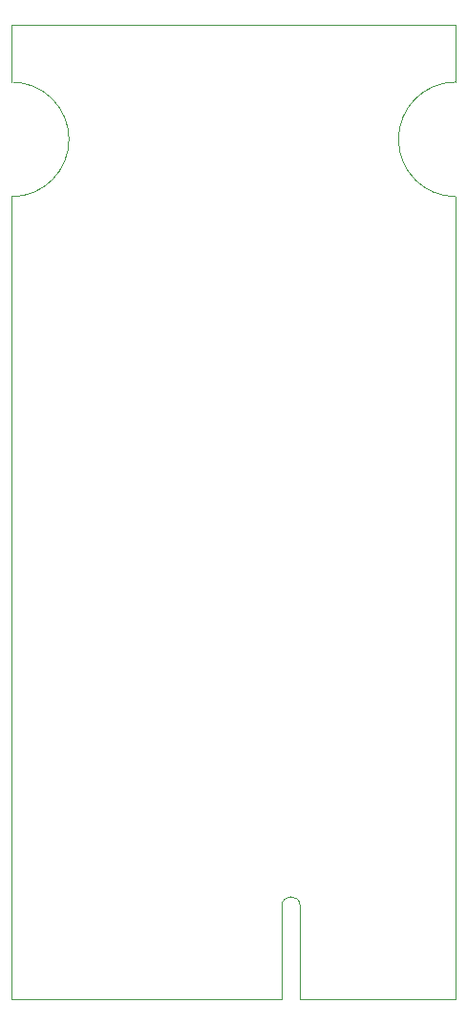
<source format=gbr>
%TF.GenerationSoftware,KiCad,Pcbnew,6.0.1-79c1e3a40b~116~ubuntu21.10.1*%
%TF.CreationDate,2022-02-04T17:00:21+01:00*%
%TF.ProjectId,QL_ROM_Cartridge_original,514c5f52-4f4d-45f4-9361-727472696467,rev?*%
%TF.SameCoordinates,Original*%
%TF.FileFunction,Profile,NP*%
%FSLAX46Y46*%
G04 Gerber Fmt 4.6, Leading zero omitted, Abs format (unit mm)*
G04 Created by KiCad (PCBNEW 6.0.1-79c1e3a40b~116~ubuntu21.10.1) date 2022-02-04 17:00:21*
%MOMM*%
%LPD*%
G01*
G04 APERTURE LIST*
%TA.AperFunction,Profile*%
%ADD10C,0.100000*%
%TD*%
G04 APERTURE END LIST*
D10*
X100965000Y-60960000D02*
X100965000Y-55880000D01*
X61595000Y-71120000D02*
G75*
G03*
X61595000Y-60960000I0J5080000D01*
G01*
X100965000Y-60960000D02*
G75*
G03*
X100965000Y-71120000I0J-5080000D01*
G01*
X61595000Y-55880000D02*
X61595000Y-60960000D01*
X85547200Y-142240000D02*
X61595000Y-142240000D01*
X100965000Y-121920000D02*
X100965000Y-142240000D01*
X100965000Y-55880000D02*
X61595000Y-55880000D01*
X85547200Y-133985000D02*
X85547200Y-142240000D01*
X87172800Y-133985000D02*
G75*
G03*
X85547200Y-133985000I-812800J0D01*
G01*
X61595000Y-142240000D02*
X61595000Y-121920000D01*
X100965000Y-142240000D02*
X87172800Y-142240000D01*
X87172800Y-142240000D02*
X87172800Y-133985000D01*
X100965000Y-71120000D02*
X100965000Y-121920000D01*
X61595000Y-71120000D02*
X61595000Y-121920000D01*
M02*

</source>
